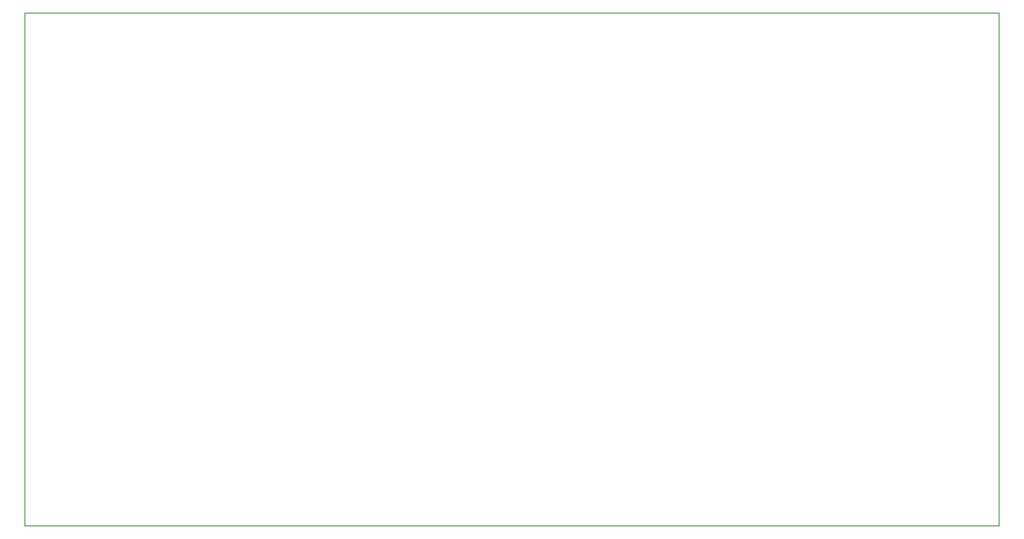
<source format=gbr>
%TF.GenerationSoftware,KiCad,Pcbnew,(6.0.5-0)*%
%TF.CreationDate,2022-05-25T14:46:03+02:00*%
%TF.ProjectId,vibrant,76696272-616e-4742-9e6b-696361645f70,rev?*%
%TF.SameCoordinates,Original*%
%TF.FileFunction,Profile,NP*%
%FSLAX46Y46*%
G04 Gerber Fmt 4.6, Leading zero omitted, Abs format (unit mm)*
G04 Created by KiCad (PCBNEW (6.0.5-0)) date 2022-05-25 14:46:03*
%MOMM*%
%LPD*%
G01*
G04 APERTURE LIST*
%TA.AperFunction,Profile*%
%ADD10C,0.100000*%
%TD*%
G04 APERTURE END LIST*
D10*
X123215400Y-101498400D02*
X25603200Y-101498400D01*
X25603200Y-101498400D02*
X25603200Y-50038000D01*
X25603200Y-50038000D02*
X123215400Y-50038000D01*
X123215400Y-50038000D02*
X123215400Y-101498400D01*
M02*

</source>
